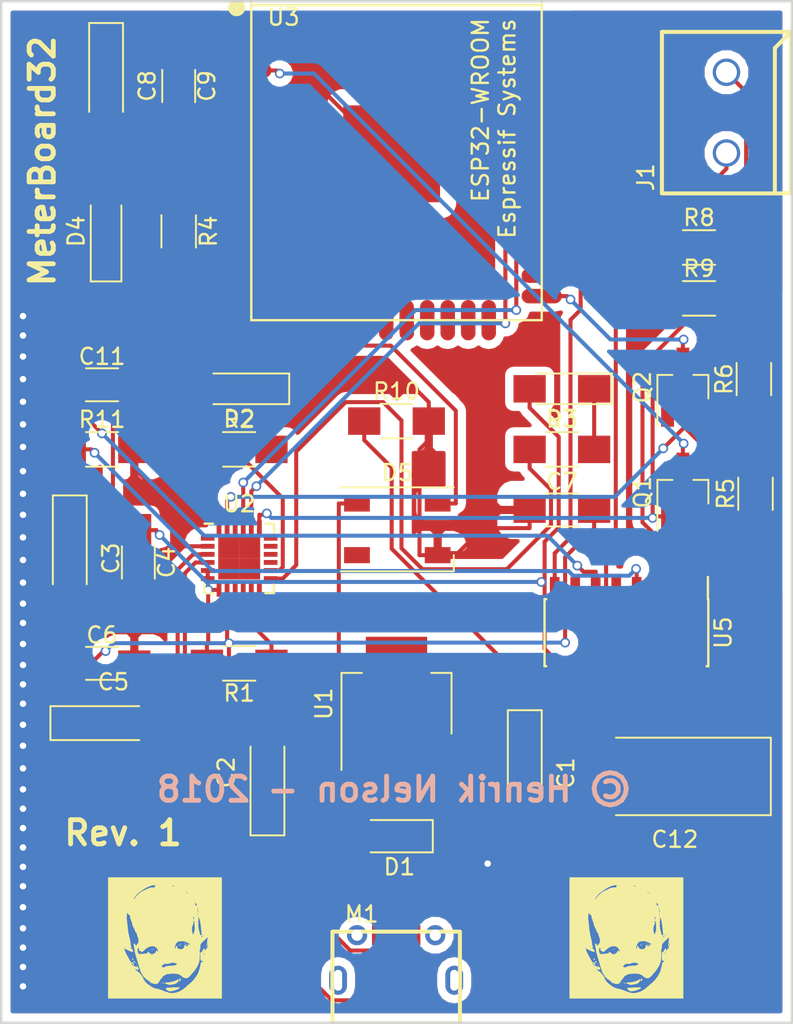
<source format=kicad_pcb>
(kicad_pcb (version 4) (host pcbnew 4.0.7)
  (title_block (title MeterBoard32) (date 2018-03-22) (rev 1) (company "Henrik Nelson"))
  (layers (0 F.Cu signal hide) (31 B.Cu signal hide) (34 B.Paste user) (35 F.Paste user) (36 B.SilkS user) (37 F.SilkS user) (38 B.Mask user) (39 F.Mask user) (44 Edge.Cuts user))
  (net 0 "")
  (net 1 VBUS)
  (net 2 GND)
  (net 3 +3V3)
  (net 4 /D-)
  (net 5 /D+)
  (net 6 "Net-(R1-Pad1)")
  (net 7 /LED_RX)
  (net 8 /LED_TX)
  (net 9 /RTS)
  (net 10 /MCU_TX)
  (net 11 /MCU_RX)
  (net 12 /DTR)
  (net 13 "Net-(D2-Pad1)")
  (net 14 "Net-(D3-Pad1)")
  (net 15 /IO13)
  (net 16 "Net-(J1-Pad1)")
  (net 17 "Net-(J1-Pad2)")
  (net 18 "Net-(Q1-Pad2)")
  (net 19 /EN)
  (net 20 "Net-(Q2-Pad2)")
  (net 21 /IO0)
  (net 22 /UART_TX)
  (net 23 /UART_RX)
  (net 24 "Net-(C11-Pad1)")
  (net 25 "Net-(C12-Pad1)")
  (net 26 "Net-(D1-Pad2)")
  (net 27 "Net-(D4-Pad1)")
  (net 28 /BUS_1)
  (net 29 /BUS_2)
  (net 30 "Net-(R10-Pad1)")
  (net 31 "Net-(R11-Pad1)")
  (module ESP32-footprints-Lib:ESP32-WROOM (layer F.Cu) (at 102.45 38.4 180)
    (fp_text reference U3 (at 7 6 180) (layer F.SilkS))
    (fp_text value ESP32-WROOM)
    (fp_text user "Espressif Systems" (at -6.858 -0.889 270) (layer F.SilkS))
    (fp_text user ESP32-WROOM (at -5.207 0.254 270) (layer F.SilkS))
    (pad 38 smd oval (at -9 5.25 180) (size 2.5 0.9) (layers F.Cu F.Paste F.Mask) (net 2 GND))
    (pad 37 smd oval (at -9 3.98 180) (size 2.5 0.9) (layers F.Cu F.Paste F.Mask))
    (pad 36 smd oval (at -9 2.71 180) (size 2.5 0.9) (layers F.Cu F.Paste F.Mask))
    (pad 35 smd oval (at -9 1.44 180) (size 2.5 0.9) (layers F.Cu F.Paste F.Mask) (net 10 /MCU_TX))
    (pad 34 smd oval (at -9 0.17 180) (size 2.5 0.9) (layers F.Cu F.Paste F.Mask) (net 11 /MCU_RX))
    (pad 33 smd oval (at -9 -1.1 180) (size 2.5 0.9) (layers F.Cu F.Paste F.Mask))
    (pad 32 smd oval (at -9 -2.37 180) (size 2.5 0.9) (layers F.Cu F.Paste F.Mask))
    (pad 31 smd oval (at -9 -3.64 180) (size 2.5 0.9) (layers F.Cu F.Paste F.Mask))
    (pad 30 smd oval (at -9 -4.91 180) (size 2.5 0.9) (layers F.Cu F.Paste F.Mask))
    (pad 29 smd oval (at -9 -6.18 180) (size 2.5 0.9) (layers F.Cu F.Paste F.Mask))
    (pad 28 smd oval (at -9 -7.45 180) (size 2.5 0.9) (layers F.Cu F.Paste F.Mask) (net 22 /UART_TX))
    (pad 27 smd oval (at -9 -8.72 180) (size 2.5 0.9) (layers F.Cu F.Paste F.Mask) (net 23 /UART_RX))
    (pad 26 smd oval (at -9 -9.99 180) (size 2.5 0.9) (layers F.Cu F.Paste F.Mask))
    (pad 25 smd oval (at -9 -11.26 180) (size 2.5 0.9) (layers F.Cu F.Paste F.Mask) (net 21 /IO0))
    (pad 24 smd oval (at -5.715 -12.75 180) (size 0.9 2.5) (layers F.Cu F.Paste F.Mask))
    (pad 23 smd oval (at -4.445 -12.75 180) (size 0.9 2.5) (layers F.Cu F.Paste F.Mask))
    (pad 22 smd oval (at -3.175 -12.75 180) (size 0.9 2.5) (layers F.Cu F.Paste F.Mask))
    (pad 21 smd oval (at -1.905 -12.75 180) (size 0.9 2.5) (layers F.Cu F.Paste F.Mask))
    (pad 20 smd oval (at -0.635 -12.75 180) (size 0.9 2.5) (layers F.Cu F.Paste F.Mask))
    (pad 19 smd oval (at 0.635 -12.75 180) (size 0.9 2.5) (layers F.Cu F.Paste F.Mask))
    (pad 18 smd oval (at 1.905 -12.75 180) (size 0.9 2.5) (layers F.Cu F.Paste F.Mask))
    (pad 17 smd oval (at 3.175 -12.75 180) (size 0.9 2.5) (layers F.Cu F.Paste F.Mask))
    (pad 16 smd oval (at 4.445 -12.75 180) (size 0.9 2.5) (layers F.Cu F.Paste F.Mask) (net 15 /IO13))
    (pad 15 smd oval (at 5.715 -12.75 180) (size 0.9 2.5) (layers F.Cu F.Paste F.Mask) (net 2 GND))
    (pad 14 smd oval (at 9 -11.26 180) (size 2.5 0.9) (layers F.Cu F.Paste F.Mask))
    (pad 13 smd oval (at 9 -9.99 180) (size 2.5 0.9) (layers F.Cu F.Paste F.Mask))
    (pad 12 smd oval (at 9 -8.72 180) (size 2.5 0.9) (layers F.Cu F.Paste F.Mask))
    (pad 11 smd oval (at 9 -7.45 180) (size 2.5 0.9) (layers F.Cu F.Paste F.Mask))
    (pad 10 smd oval (at 9 -6.18 180) (size 2.5 0.9) (layers F.Cu F.Paste F.Mask))
    (pad 9 smd oval (at 9 -4.91 180) (size 2.5 0.9) (layers F.Cu F.Paste F.Mask))
    (pad 8 smd oval (at 9 -3.64 180) (size 2.5 0.9) (layers F.Cu F.Paste F.Mask))
    (pad 7 smd oval (at 9 -2.37 180) (size 2.5 0.9) (layers F.Cu F.Paste F.Mask))
    (pad 6 smd oval (at 9 -1.1 180) (size 2.5 0.9) (layers F.Cu F.Paste F.Mask))
    (pad 5 smd oval (at 9 0.17 180) (size 2.5 0.9) (layers F.Cu F.Paste F.Mask))
    (pad 4 smd oval (at 9 1.44 180) (size 2.5 0.9) (layers F.Cu F.Paste F.Mask))
    (pad 3 smd oval (at 9 2.71 180) (size 2.5 0.9) (layers F.Cu F.Paste F.Mask) (net 19 /EN))
    (pad 2 smd oval (at 9 3.98 180) (size 2.5 0.9) (layers F.Cu F.Paste F.Mask) (net 3 +3V3))
    (pad 1 smd oval (at 9 5.25 180) (size 2.5 0.9) (layers F.Cu F.Paste F.Mask) (net 2 GND))
    (pad 39 smd rect (at 0.3 -2.45 180) (size 6 6) (layers F.Cu F.Paste F.Mask) (net 2 GND))
  )
  (module Capacitors_Tantalum_SMD:CP_Tantalum_Case-A_EIA-3216-18_Hand (layer F.Cu) (at 82.2 65.9 270)
    (fp_text reference C3 (at 0 -2.55 270) (layer F.SilkS))
    (fp_text value 4.7uF)
    (pad 1 smd rect (at -2 0 270) (size 3.2 1.5) (layers F.Cu F.Paste F.Mask) (net 3 +3V3))
    (pad 2 smd rect (at 2 0 270) (size 3.2 1.5) (layers F.Cu F.Paste F.Mask) (net 2 GND))
  )
  (module Capacitors_Tantalum_SMD:CP_Tantalum_Case-A_EIA-3216-18_Hand (layer F.Cu) (at 84.9 76.1)
    (fp_text reference C5 (at 0 -2.55) (layer F.SilkS))
    (fp_text value 4.7uF)
    (pad 1 smd rect (at -2 0) (size 3.2 1.5) (layers F.Cu F.Paste F.Mask) (net 1 VBUS))
    (pad 2 smd rect (at 2 0) (size 3.2 1.5) (layers F.Cu F.Paste F.Mask) (net 2 GND))
  )
  (module TO_SOT_Packages_SMD:SOT-223 (layer F.Cu) (at 102.45 74.9 90)
    (fp_text reference U1 (at 0 -4.5 90) (layer F.SilkS))
    (fp_text value AMS1117-3V3)
    (pad 4 smd rect (at 3.15 0 90) (size 2 3.8) (layers F.Cu F.Paste F.Mask))
    (pad 2 smd rect (at -3.15 0 90) (size 2 1.5) (layers F.Cu F.Paste F.Mask) (net 3 +3V3))
    (pad 3 smd rect (at -3.15 2.3 90) (size 2 1.5) (layers F.Cu F.Paste F.Mask) (net 1 VBUS))
    (pad 1 smd rect (at -3.15 -2.3 90) (size 2 1.5) (layers F.Cu F.Paste F.Mask) (net 2 GND))
  )
  (module Housings_DFN_QFN:QFN-24-1EP_4x4mm_Pitch0.5mm (layer F.Cu) (at 92.7 65.9)
    (fp_text reference U2 (at 0 -3.375) (layer F.SilkS))
    (fp_text value CP2102N-GQFN24)
    (pad 1 smd rect (at -1.95 -1.25) (size 0.85 0.3) (layers F.Cu F.Paste F.Mask))
    (pad 2 smd rect (at -1.95 -0.75) (size 0.85 0.3) (layers F.Cu F.Paste F.Mask) (net 2 GND))
    (pad 3 smd rect (at -1.95 -0.25) (size 0.85 0.3) (layers F.Cu F.Paste F.Mask) (net 5 /D+))
    (pad 4 smd rect (at -1.95 0.25) (size 0.85 0.3) (layers F.Cu F.Paste F.Mask) (net 4 /D-))
    (pad 5 smd rect (at -1.95 0.75) (size 0.85 0.3) (layers F.Cu F.Paste F.Mask) (net 3 +3V3))
    (pad 6 smd rect (at -1.95 1.25) (size 0.85 0.3) (layers F.Cu F.Paste F.Mask) (net 3 +3V3))
    (pad 7 smd rect (at -1.25 1.95 90) (size 0.85 0.3) (layers F.Cu F.Paste F.Mask) (net 3 +3V3))
    (pad 8 smd rect (at -0.75 1.95 90) (size 0.85 0.3) (layers F.Cu F.Paste F.Mask) (net 1 VBUS))
    (pad 9 smd rect (at -0.25 1.95 90) (size 0.85 0.3) (layers F.Cu F.Paste F.Mask) (net 6 "Net-(R1-Pad1)"))
    (pad 10 smd rect (at 0.25 1.95 90) (size 0.85 0.3) (layers F.Cu F.Paste F.Mask))
    (pad 11 smd rect (at 0.75 1.95 90) (size 0.85 0.3) (layers F.Cu F.Paste F.Mask))
    (pad 12 smd rect (at 1.25 1.95 90) (size 0.85 0.3) (layers F.Cu F.Paste F.Mask))
    (pad 13 smd rect (at 1.95 1.25) (size 0.85 0.3) (layers F.Cu F.Paste F.Mask) (net 7 /LED_RX))
    (pad 14 smd rect (at 1.95 0.75) (size 0.85 0.3) (layers F.Cu F.Paste F.Mask) (net 8 /LED_TX))
    (pad 15 smd rect (at 1.95 0.25) (size 0.85 0.3) (layers F.Cu F.Paste F.Mask))
    (pad 16 smd rect (at 1.95 -0.25) (size 0.85 0.3) (layers F.Cu F.Paste F.Mask))
    (pad 17 smd rect (at 1.95 -0.75) (size 0.85 0.3) (layers F.Cu F.Paste F.Mask))
    (pad 18 smd rect (at 1.95 -1.25) (size 0.85 0.3) (layers F.Cu F.Paste F.Mask))
    (pad 19 smd rect (at 1.25 -1.95 90) (size 0.85 0.3) (layers F.Cu F.Paste F.Mask) (net 9 /RTS))
    (pad 20 smd rect (at 0.75 -1.95 90) (size 0.85 0.3) (layers F.Cu F.Paste F.Mask) (net 10 /MCU_TX))
    (pad 21 smd rect (at 0.25 -1.95 90) (size 0.85 0.3) (layers F.Cu F.Paste F.Mask) (net 11 /MCU_RX))
    (pad 22 smd rect (at -0.25 -1.95 90) (size 0.85 0.3) (layers F.Cu F.Paste F.Mask))
    (pad 23 smd rect (at -0.75 -1.95 90) (size 0.85 0.3) (layers F.Cu F.Paste F.Mask) (net 12 /DTR))
    (pad 24 smd rect (at -1.25 -1.95 90) (size 0.85 0.3) (layers F.Cu F.Paste F.Mask))
    (pad 25 smd rect (at 0.65 0.65) (size 1.3 1.3) (layers F.Cu F.Paste F.Mask))
    (pad 25 smd rect (at 0.65 -0.65) (size 1.3 1.3) (layers F.Cu F.Paste F.Mask))
    (pad 25 smd rect (at -0.65 0.65) (size 1.3 1.3) (layers F.Cu F.Paste F.Mask))
    (pad 25 smd rect (at -0.65 -0.65) (size 1.3 1.3) (layers F.Cu F.Paste F.Mask))
  )
  (module Capacitors_SMD:C_1206_HandSoldering (layer F.Cu) (at 86.45 66.15 270)
    (fp_text reference C4 (at 0 -1.75 270) (layer F.SilkS))
    (fp_text value 0.1uF)
    (pad 1 smd rect (at -2 0 270) (size 2 1.6) (layers F.Cu F.Paste F.Mask) (net 3 +3V3))
    (pad 2 smd rect (at 2 0 270) (size 2 1.6) (layers F.Cu F.Paste F.Mask) (net 2 GND))
  )
  (module Capacitors_SMD:C_1206_HandSoldering (layer F.Cu) (at 84.2 72.4)
    (fp_text reference C6 (at 0 -1.75) (layer F.SilkS))
    (fp_text value 0.1uF)
    (pad 1 smd rect (at -2 0) (size 2 1.6) (layers F.Cu F.Paste F.Mask) (net 1 VBUS))
    (pad 2 smd rect (at 2 0) (size 2 1.6) (layers F.Cu F.Paste F.Mask) (net 2 GND))
  )
  (module Capacitors_SMD:C_1206_HandSoldering (layer F.Cu) (at 112.7 62.9)
    (fp_text reference C7 (at 0 -1.75) (layer F.SilkS))
    (fp_text value 0.1uF)
    (pad 1 smd rect (at -2 0) (size 2 1.6) (layers F.Cu F.Paste F.Mask) (net 2 GND))
    (pad 2 smd rect (at 2 0) (size 2 1.6) (layers F.Cu F.Paste F.Mask) (net 1 VBUS))
  )
  (module Capacitors_Tantalum_SMD:CP_Tantalum_Case-A_EIA-3216-18_Hand (layer F.Cu) (at 84.45 36.65 270)
    (fp_text reference C8 (at 0 -2.55 270) (layer F.SilkS))
    (fp_text value 47uF)
    (pad 1 smd rect (at -2 0 270) (size 3.2 1.5) (layers F.Cu F.Paste F.Mask) (net 3 +3V3))
    (pad 2 smd rect (at 2 0 270) (size 3.2 1.5) (layers F.Cu F.Paste F.Mask) (net 2 GND))
  )
  (module Capacitors_SMD:C_1206_HandSoldering (layer F.Cu) (at 88.95 36.65 270)
    (fp_text reference C9 (at 0 -1.75 270) (layer F.SilkS))
    (fp_text value 0.1uF)
    (pad 1 smd rect (at -2 0 270) (size 2 1.6) (layers F.Cu F.Paste F.Mask) (net 3 +3V3))
    (pad 2 smd rect (at 2 0 270) (size 2 1.6) (layers F.Cu F.Paste F.Mask) (net 2 GND))
  )
  (module Capacitors_SMD:C_1206_HandSoldering (layer F.Cu) (at 84.2 55.15)
    (fp_text reference C11 (at 0 -1.75) (layer F.SilkS))
    (fp_text value 0.1uF)
    (pad 1 smd rect (at -2 0) (size 2 1.6) (layers F.Cu F.Paste F.Mask) (net 24 "Net-(C11-Pad1)"))
    (pad 2 smd rect (at 2 0) (size 2 1.6) (layers F.Cu F.Paste F.Mask) (net 2 GND))
  )
  (module Capacitors_Tantalum_SMD:CP_Tantalum_Case-D_EIA-7343-31_Hand (layer F.Cu) (at 119.7 79.4 180)
    (fp_text reference C12 (at 0 -3.9 180) (layer F.SilkS))
    (fp_text value 220uF)
    (pad 1 smd rect (at -3.775 0 180) (size 3.75 2.7) (layers F.Cu F.Paste F.Mask) (net 25 "Net-(C12-Pad1)"))
    (pad 2 smd rect (at 3.775 0 180) (size 3.75 2.7) (layers F.Cu F.Paste F.Mask) (net 2 GND))
  )
  (module Diodes_SMD:D_SOD-123F (layer F.Cu) (at 102.5 83.1 180)
    (fp_text reference D1 (at -0.127 -1.905 180) (layer F.SilkS))
    (fp_text value 1N5819/SS14)
    (pad 1 smd rect (at -1.4 0 180) (size 1.1 1.1) (layers F.Cu F.Paste F.Mask) (net 1 VBUS))
    (pad 2 smd rect (at 1.4 0 180) (size 1.1 1.1) (layers F.Cu F.Paste F.Mask) (net 26 "Net-(D1-Pad2)"))
  )
  (module LEDs:LED_1206_HandSoldering (layer F.Cu) (at 92.7 55.4 180)
    (fp_text reference D2 (at 0 -1.85 180) (layer F.SilkS))
    (fp_text value LED_Small)
    (pad 1 smd rect (at -2 0 180) (size 2 1.7) (layers F.Cu F.Paste F.Mask) (net 13 "Net-(D2-Pad1)"))
    (pad 2 smd rect (at 2 0 180) (size 2 1.7) (layers F.Cu F.Paste F.Mask) (net 3 +3V3))
  )
  (module LEDs:LED_1206_HandSoldering (layer F.Cu) (at 112.7 55.4 180)
    (fp_text reference D3 (at 0 -1.85 180) (layer F.SilkS))
    (fp_text value LED_Small)
    (pad 1 smd rect (at -2 0 180) (size 2 1.7) (layers F.Cu F.Paste F.Mask) (net 14 "Net-(D3-Pad1)"))
    (pad 2 smd rect (at 2 0 180) (size 2 1.7) (layers F.Cu F.Paste F.Mask) (net 3 +3V3))
  )
  (module LEDs:LED_1206_HandSoldering (layer F.Cu) (at 84.45 45.65 90)
    (fp_text reference D4 (at 0 -1.85 90) (layer F.SilkS))
    (fp_text value LED_Small)
    (pad 1 smd rect (at -2 0 90) (size 2 1.7) (layers F.Cu F.Paste F.Mask) (net 27 "Net-(D4-Pad1)"))
    (pad 2 smd rect (at 2 0 90) (size 2 1.7) (layers F.Cu F.Paste F.Mask) (net 3 +3V3))
  )
  (module LEDs:LED_WS2812B-PLCC4 (layer F.Cu) (at 102.5 64.1)
    (fp_text reference D5 (at 0 -3.5) (layer F.SilkS))
    (fp_text value WS2812B)
    (pad 3 smd rect (at 2.5 1.6) (size 1.6 1) (layers F.Cu F.Paste F.Mask) (net 2 GND))
    (pad 4 smd rect (at 2.5 -1.6) (size 1.6 1) (layers F.Cu F.Paste F.Mask) (net 15 /IO13))
    (pad 2 smd rect (at -2.5 1.6) (size 1.6 1) (layers F.Cu F.Paste F.Mask))
    (pad 1 smd rect (at -2.5 -1.6) (size 1.6 1) (layers F.Cu F.Paste F.Mask) (net 1 VBUS))
  )
  (module TO_SOT_Packages_SMD:SOT-23_Handsoldering (layer F.Cu) (at 120.2 61.8 90)
    (fp_text reference Q1 (at 0 -2.5 90) (layer F.SilkS))
    (fp_text value S8050)
    (pad 1 smd rect (at -1.5 -0.95 90) (size 1.9 0.8) (layers F.Cu F.Paste F.Mask) (net 9 /RTS))
    (pad 2 smd rect (at -1.5 0.95 90) (size 1.9 0.8) (layers F.Cu F.Paste F.Mask) (net 18 "Net-(Q1-Pad2)"))
    (pad 3 smd rect (at 1.5 0 90) (size 1.9 0.8) (layers F.Cu F.Paste F.Mask) (net 19 /EN))
  )
  (module TO_SOT_Packages_SMD:SOT-23_Handsoldering (layer F.Cu) (at 120.2 55.3 90)
    (fp_text reference Q2 (at 0 -2.5 90) (layer F.SilkS))
    (fp_text value S8050)
    (pad 1 smd rect (at -1.5 -0.95 90) (size 1.9 0.8) (layers F.Cu F.Paste F.Mask) (net 12 /DTR))
    (pad 2 smd rect (at -1.5 0.95 90) (size 1.9 0.8) (layers F.Cu F.Paste F.Mask) (net 20 "Net-(Q2-Pad2)"))
    (pad 3 smd rect (at 1.5 0 90) (size 1.9 0.8) (layers F.Cu F.Paste F.Mask) (net 21 /IO0))
  )
  (module Resistors_SMD:R_1206_HandSoldering (layer F.Cu) (at 92.7 72.4 180)
    (fp_text reference R1 (at 0 -1.85 180) (layer F.SilkS))
    (fp_text value 1k)
    (pad 1 smd rect (at -2 0 180) (size 2 1.7) (layers F.Cu F.Paste F.Mask) (net 6 "Net-(R1-Pad1)"))
    (pad 2 smd rect (at 2 0 180) (size 2 1.7) (layers F.Cu F.Paste F.Mask) (net 3 +3V3))
  )
  (module Resistors_SMD:R_1206_HandSoldering (layer F.Cu) (at 92.7 59.15)
    (fp_text reference R2 (at 0 -1.85) (layer F.SilkS))
    (fp_text value 1k)
    (pad 1 smd rect (at -2 0) (size 2 1.7) (layers F.Cu F.Paste F.Mask) (net 8 /LED_TX))
    (pad 2 smd rect (at 2 0) (size 2 1.7) (layers F.Cu F.Paste F.Mask) (net 13 "Net-(D2-Pad1)"))
  )
  (module Resistors_SMD:R_1206_HandSoldering (layer F.Cu) (at 112.7 59.15)
    (fp_text reference R3 (at 0 -1.85) (layer F.SilkS))
    (fp_text value 1k)
    (pad 1 smd rect (at -2 0) (size 2 1.7) (layers F.Cu F.Paste F.Mask) (net 7 /LED_RX))
    (pad 2 smd rect (at 2 0) (size 2 1.7) (layers F.Cu F.Paste F.Mask) (net 14 "Net-(D3-Pad1)"))
  )
  (module Resistors_SMD:R_1206_HandSoldering (layer F.Cu) (at 88.95 45.65 270)
    (fp_text reference R4 (at 0 -1.85 270) (layer F.SilkS))
    (fp_text value 1k)
    (pad 1 smd rect (at -2 0 270) (size 2 1.7) (layers F.Cu F.Paste F.Mask) (net 2 GND))
    (pad 2 smd rect (at 2 0 270) (size 2 1.7) (layers F.Cu F.Paste F.Mask) (net 27 "Net-(D4-Pad1)"))
  )
  (module Resistors_SMD:R_1206_HandSoldering (layer F.Cu) (at 124.7 61.9 90)
    (fp_text reference R5 (at 0 -1.85 90) (layer F.SilkS))
    (fp_text value 12k)
    (pad 1 smd rect (at -2 0 90) (size 2 1.7) (layers F.Cu F.Paste F.Mask) (net 18 "Net-(Q1-Pad2)"))
    (pad 2 smd rect (at 2 0 90) (size 2 1.7) (layers F.Cu F.Paste F.Mask) (net 12 /DTR))
  )
  (module Resistors_SMD:R_1206_HandSoldering (layer F.Cu) (at 124.6 54.8 90)
    (fp_text reference R6 (at 0 -1.85 90) (layer F.SilkS))
    (fp_text value 12k)
    (pad 1 smd rect (at -2 0 90) (size 2 1.7) (layers F.Cu F.Paste F.Mask) (net 20 "Net-(Q2-Pad2)"))
    (pad 2 smd rect (at 2 0 90) (size 2 1.7) (layers F.Cu F.Paste F.Mask) (net 9 /RTS))
  )
  (module Resistors_SMD:R_1206_HandSoldering (layer F.Cu) (at 121.2 46.65)
    (fp_text reference R8 (at 0 -1.85) (layer F.SilkS))
    (fp_text value 220)
    (pad 1 smd rect (at -2 0) (size 2 1.7) (layers F.Cu F.Paste F.Mask) (net 16 "Net-(J1-Pad1)"))
    (pad 2 smd rect (at 2 0) (size 2 1.7) (layers F.Cu F.Paste F.Mask) (net 28 /BUS_1))
  )
  (module Resistors_SMD:R_1206_HandSoldering (layer F.Cu) (at 121.2 49.8)
    (fp_text reference R9 (at 0 -1.85) (layer F.SilkS))
    (fp_text value 220)
    (pad 1 smd rect (at -2 0) (size 2 1.7) (layers F.Cu F.Paste F.Mask) (net 17 "Net-(J1-Pad2)"))
    (pad 2 smd rect (at 2 0) (size 2 1.7) (layers F.Cu F.Paste F.Mask) (net 29 /BUS_2))
  )
  (module Resistors_SMD:R_1206_HandSoldering (layer F.Cu) (at 102.45 57.4)
    (fp_text reference R10 (at 0 -1.85) (layer F.SilkS))
    (fp_text value 100)
    (pad 1 smd rect (at -2 0) (size 2 1.7) (layers F.Cu F.Paste F.Mask) (net 30 "Net-(R10-Pad1)"))
    (pad 2 smd rect (at 2 0) (size 2 1.7) (layers F.Cu F.Paste F.Mask) (net 2 GND))
  )
  (module Resistors_SMD:R_1206_HandSoldering (layer F.Cu) (at 84.2 59.15)
    (fp_text reference R11 (at 0 -1.85) (layer F.SilkS))
    (fp_text value 30k)
    (pad 1 smd rect (at -2 0) (size 2 1.7) (layers F.Cu F.Paste F.Mask) (net 31 "Net-(R11-Pad1)"))
    (pad 2 smd rect (at 2 0) (size 2 1.7) (layers F.Cu F.Paste F.Mask) (net 2 GND))
  )
  (module Housings_SOIC:SOIC-16_3.9x9.9mm_Pitch1.27mm (layer F.Cu) (at 116.7 70.5 270)
    (fp_text reference U5 (at 0 -6 270) (layer F.SilkS))
    (fp_text value TSS721A)
    (pad 1 smd rect (at -2.7 -4.445 270) (size 1.5 0.6) (layers F.Cu F.Paste F.Mask) (net 29 /BUS_2))
    (pad 2 smd rect (at -2.7 -3.175 270) (size 1.5 0.6) (layers F.Cu F.Paste F.Mask))
    (pad 3 smd rect (at -2.7 -1.905 270) (size 1.5 0.6) (layers F.Cu F.Paste F.Mask) (net 25 "Net-(C12-Pad1)"))
    (pad 4 smd rect (at -2.7 -0.635 270) (size 1.5 0.6) (layers F.Cu F.Paste F.Mask) (net 31 "Net-(R11-Pad1)"))
    (pad 5 smd rect (at -2.7 0.635 270) (size 1.5 0.6) (layers F.Cu F.Paste F.Mask))
    (pad 6 smd rect (at -2.7 1.905 270) (size 1.5 0.6) (layers F.Cu F.Paste F.Mask) (net 24 "Net-(C11-Pad1)"))
    (pad 7 smd rect (at -2.7 3.175 270) (size 1.5 0.6) (layers F.Cu F.Paste F.Mask))
    (pad 8 smd rect (at -2.7 4.445 270) (size 1.5 0.6) (layers F.Cu F.Paste F.Mask) (net 23 /UART_RX))
    (pad 9 smd rect (at 2.7 4.445 270) (size 1.5 0.6) (layers F.Cu F.Paste F.Mask) (net 3 +3V3))
    (pad 10 smd rect (at 2.7 3.175 270) (size 1.5 0.6) (layers F.Cu F.Paste F.Mask))
    (pad 11 smd rect (at 2.7 1.905 270) (size 1.5 0.6) (layers F.Cu F.Paste F.Mask) (net 3 +3V3))
    (pad 12 smd rect (at 2.7 0.635 270) (size 1.5 0.6) (layers F.Cu F.Paste F.Mask) (net 22 /UART_TX))
    (pad 13 smd rect (at 2.7 -0.635 270) (size 1.5 0.6) (layers F.Cu F.Paste F.Mask))
    (pad 14 smd rect (at 2.7 -1.905 270) (size 1.5 0.6) (layers F.Cu F.Paste F.Mask) (net 30 "Net-(R10-Pad1)"))
    (pad 15 smd rect (at 2.7 -3.175 270) (size 1.5 0.6) (layers F.Cu F.Paste F.Mask) (net 2 GND))
    (pad 16 smd rect (at 2.7 -4.445 270) (size 1.5 0.6) (layers F.Cu F.Paste F.Mask) (net 28 /BUS_1))
  )
  (module Capacitors_Tantalum_SMD:CP_Tantalum_Case-A_EIA-3216-18_Hand (layer F.Cu) (at 94.45 79.15 90)
    (fp_text reference C2 (at 0 -2.55 90) (layer F.SilkS))
    (fp_text value 22uF)
    (pad 1 smd rect (at -2 0 90) (size 3.2 1.5) (layers F.Cu F.Paste F.Mask) (net 3 +3V3))
    (pad 2 smd rect (at 2 0 90) (size 3.2 1.5) (layers F.Cu F.Paste F.Mask) (net 2 GND))
  )
  (module Capacitors_Tantalum_SMD:CP_Tantalum_Case-A_EIA-3216-18_Hand (layer F.Cu) (at 110.4 79.2 270)
    (fp_text reference C1 (at 0 -2.55 270) (layer F.SilkS))
    (fp_text value 22uF)
    (pad 1 smd rect (at -2 0 270) (size 3.2 1.5) (layers F.Cu F.Paste F.Mask) (net 1 VBUS))
    (pad 2 smd rect (at 2 0 270) (size 3.2 1.5) (layers F.Cu F.Paste F.Mask) (net 2 GND))
  )
  (module Harry:Harry (layer F.Cu) (at 88.1 89.4)
    (fp_text reference G1 hide)
    (fp_text value LOGO hide)
  )
  (module Harry:Harry (layer F.Cu) (at 116.7 89.4)
    (fp_text reference G2 hide)
    (fp_text value LOGO hide)
  )
  (module Henrik-Connectors:MICRO_USB_18_TH (layer F.Cu) (at 102.5 91.9)
    (fp_text reference M1 (at -2.21 -3.97) (layer F.SilkS))
    (fp_text value MICRO_USB_18_TH)
    (pad 0 thru_hole oval (at -3.67 0.12) (size 1.1 1.8) (drill oval 0.5 1.29) (layers *.Cu *.Mask))
    (pad 1 smd rect (at -1.37 -2.67) (size 0.4 1.25) (layers F.Cu F.Paste F.Mask) (net 26 "Net-(D1-Pad2)"))
    (pad 2 smd rect (at -0.72 -2.67) (size 0.4 1.25) (layers F.Cu F.Paste F.Mask) (net 4 /D-))
    (pad 5 smd rect (at 1.23 -2.67) (size 0.4 1.25) (layers F.Cu F.Paste F.Mask) (net 2 GND))
    (pad 4 smd rect (at 0.58 -2.67) (size 0.4 1.25) (layers F.Cu F.Paste F.Mask))
    (pad 0 thru_hole circle (at -2.495 -2.67) (size 1.25 1.25) (drill 0.7) (layers *.Cu *.Mask))
    (pad 0 thru_hole circle (at 2.355 -2.67) (size 1.25 1.25) (drill 0.7) (layers *.Cu *.Mask))
    (pad 3 smd rect (at -0.07 -2.67) (size 0.4 1.25) (layers F.Cu F.Paste F.Mask) (net 5 /D+))
    (pad 0 thru_hole oval (at 3.53 0.12) (size 1.1 1.8) (drill oval 0.5 1.29) (layers *.Cu *.Mask))
  )
  (module Henrik-Connectors:TERMINAL_BLOCK_WJ126V_5_0_2P (layer F.Cu) (at 122.9 38.3 90)
    (fp_text reference J1 (at -4 -5 90) (layer F.SilkS))
    (fp_text value Screw_Terminal_01x02)
    (pad 2 thru_hole circle (at 2.5 0 90) (size 1.7 1.7) (drill 1.3) (layers *.Cu *.Mask) (net 17 "Net-(J1-Pad2)"))
    (pad 1 thru_hole circle (at -2.5 0 90) (size 1.7 1.7) (drill 1.3) (layers *.Cu *.Mask) (net 16 "Net-(J1-Pad1)"))
  )
  (gr_text "© Henrik Nelson - 2018" (at 102.3 80.2) (layer B.SilkS) (effects (font (size 1.5 1.5) (thickness 0.3)) (justify mirror)))
  (gr_text "Rev. 1" (at 85.5 82.9) (layer F.SilkS) (effects (font (size 1.5 1.5) (thickness 0.3))))
  (gr_line (start 126.95 31.4) (end 126.95 39.65) (angle 90) (layer Edge.Cuts) (width 0.15))
  (gr_line (start 77.95 39.65) (end 77.95 31.4) (angle 90) (layer Edge.Cuts) (width 0.15))
  (gr_line (start 77.95 39.65) (end 77.95 94.65) (angle 90) (layer Edge.Cuts) (width 0.15))
  (gr_line (start 126.95 31.4) (end 77.95 31.4) (angle 90) (layer Edge.Cuts) (width 0.15))
  (gr_line (start 126.95 94.65) (end 126.95 39.65) (angle 90) (layer Edge.Cuts) (width 0.15))
  (gr_line (start 77.95 94.65) (end 126.95 94.65) (angle 90) (layer Edge.Cuts) (width 0.15))
  (gr_text MeterBoard32 (at 80.5 41.3 90) (layer F.SilkS) (effects (font (size 1.5 1.5) (thickness 0.3))))
  (via (at 79.3 90) (size 0.6) (drill 0.4) (layers F.Cu B.Cu) (net 0))
  (via (at 79.3 88.8) (size 0.6) (drill 0.4) (layers F.Cu B.Cu) (net 0))
  (via (at 79.3 87.5) (size 0.6) (drill 0.4) (layers F.Cu B.Cu) (net 0))
  (via (at 79.3 86.2) (size 0.6) (drill 0.4) (layers F.Cu B.Cu) (net 0))
  (via (at 79.3 78.9) (size 0.6) (drill 0.4) (layers F.Cu B.Cu) (net 0))
  (via (at 79.3 72.5) (size 0.6) (drill 0.4) (layers F.Cu B.Cu) (net 0))
  (via (at 79.3 92.4) (size 0.6) (drill 0.4) (layers F.Cu B.Cu) (net 0))
  (via (at 79.3 91.2) (size 0.6) (drill 0.4) (layers F.Cu B.Cu) (net 0))
  (via (at 79.3 85) (size 0.6) (drill 0.4) (layers F.Cu B.Cu) (net 0))
  (via (at 79.3 83.8) (size 0.6) (drill 0.4) (layers F.Cu B.Cu) (net 0))
  (via (at 79.3 82.6) (size 0.6) (drill 0.4) (layers F.Cu B.Cu) (net 0))
  (via (at 79.3 80.2) (size 0.6) (drill 0.4) (layers F.Cu B.Cu) (net 0))
  (via (at 79.3 81.4) (size 0.6) (drill 0.4) (layers F.Cu B.Cu) (net 0))
  (via (at 79.3 77.5) (size 0.6) (drill 0.4) (layers F.Cu B.Cu) (net 0))
  (via (at 79.3 76.2) (size 0.6) (drill 0.4) (layers F.Cu B.Cu) (net 0))
  (via (at 79.3 74.9) (size 0.6) (drill 0.4) (layers F.Cu B.Cu) (net 0))
  (via (at 79.3 73.7) (size 0.6) (drill 0.4) (layers F.Cu B.Cu) (net 0))
  (segment (start 79.2 71.1) (end 79.3 71.2) (width 0.25) (layer F.Cu) (net 0))
  (segment (start 79.3 71.2) (end 79.2 71.2) (width 0.25) (layer B.Cu) (net 0))
  (via (at 79.3 71.2) (size 0.6) (drill 0.4) (layers F.Cu B.Cu) (net 0))
  (via (at 79.3 69.9) (size 0.6) (drill 0.4) (layers F.Cu B.Cu) (net 0))
  (via (at 79.3 68.7) (size 0.6) (drill 0.4) (layers F.Cu B.Cu) (net 0))
  (via (at 79.3 67.4) (size 0.6) (drill 0.4) (layers F.Cu B.Cu) (net 0))
  (via (at 79.3 66) (size 0.6) (drill 0.4) (layers F.Cu B.Cu) (net 0))
  (via (at 79.3 64.6) (size 0.6) (drill 0.4) (layers F.Cu B.Cu) (net 0))
  (via (at 79.3 63.2) (size 0.6) (drill 0.4) (layers F.Cu B.Cu) (net 0))
  (via (at 79.3 61.9) (size 0.6) (drill 0.4) (layers F.Cu B.Cu) (net 0))
  (via (at 79.3 60.5) (size 0.6) (drill 0.4) (layers F.Cu B.Cu) (net 0))
  (via (at 79.3 59) (size 0.6) (drill 0.4) (layers F.Cu B.Cu) (net 0))
  (via (at 79.3 57.6) (size 0.6) (drill 0.4) (layers F.Cu B.Cu) (net 0))
  (via (at 79.3 56.2) (size 0.6) (drill 0.4) (layers F.Cu B.Cu) (net 0))
  (via (at 79.3 54.8) (size 0.6) (drill 0.4) (layers F.Cu B.Cu) (net 0))
  (via (at 79.3 53.4) (size 0.6) (drill 0.4) (layers F.Cu B.Cu) (net 0))
  (via (at 79.3 52.1) (size 0.6) (drill 0.4) (layers F.Cu B.Cu) (net 0))
  (via (at 79.3 50.9) (size 0.6) (drill 0.4) (layers F.Cu B.Cu) (net 0))
  (via (at 92.0656 71.1486) (size 0.6) (layers F.Cu B.Cu) (net 1))
  (via (at 112.8996 71.115) (size 0.6) (layers F.Cu B.Cu) (net 1))
  (via (at 84.4192 71.6386) (size 0.6) (layers F.Cu B.Cu) (net 1))
  (segment (start 103.9 83.1) (end 103.9 82.2247) (width 0.25) (layer F.Cu) (net 1))
  (segment (start 103.9 80.2253) (end 103.9 82.2247) (width 0.25) (layer F.Cu) (net 1))
  (segment (start 104.75 79.3753) (end 103.9 80.2253) (width 0.25) (layer F.Cu) (net 1))
  (segment (start 104.75 78.05) (end 104.75 79.3753) (width 0.25) (layer F.Cu) (net 1))
  (segment (start 108.4747 78.05) (end 109.3247 77.2) (width 0.25) (layer F.Cu) (net 1))
  (segment (start 104.75 78.05) (end 108.4747 78.05) (width 0.25) (layer F.Cu) (net 1))
  (segment (start 100 62.5) (end 98.8747 62.5) (width 0.25) (layer F.Cu) (net 1))
  (segment (start 110.4 77.2) (end 109.3247 77.2) (width 0.25) (layer F.Cu) (net 1))
  (segment (start 91.95 71.033) (end 92.0656 71.1486) (width 0.25) (layer F.Cu) (net 1))
  (segment (start 91.95 67.85) (end 91.95 71.033) (width 0.25) (layer F.Cu) (net 1))
  (segment (start 112.8996 65.8257) (end 112.8996 71.115) (width 0.25) (layer F.Cu) (net 1))
  (segment (start 114.7 64.0253) (end 112.8996 65.8257) (width 0.25) (layer F.Cu) (net 1))
  (segment (start 104.75 78.05) (end 103.6747 78.05) (width 0.25) (layer F.Cu) (net 1))
  (segment (start 92.0656 72.0915) (end 92.0656 71.1486) (width 0.25) (layer F.Cu) (net 1))
  (segment (start 93.5494 73.5753) (end 92.0656 72.0915) (width 0.25) (layer F.Cu) (net 1))
  (segment (start 97.4741 73.5753) (end 93.5494 73.5753) (width 0.25) (layer F.Cu) (net 1))
  (segment (start 98.8747 72.1747) (end 97.4741 73.5753) (width 0.25) (layer F.Cu) (net 1))
  (segment (start 98.8747 62.5) (end 98.8747 72.1747) (width 0.25) (layer F.Cu) (net 1))
  (segment (start 103.6747 76.9747) (end 103.6747 78.05) (width 0.25) (layer F.Cu) (net 1))
  (segment (start 98.8747 72.1747) (end 103.6747 76.9747) (width 0.25) (layer F.Cu) (net 1))
  (segment (start 114.7 62.9) (end 114.7 64.0253) (width 0.25) (layer F.Cu) (net 1))
  (segment (start 92.0992 71.115) (end 112.8996 71.115) (width 0.25) (layer B.Cu) (net 1))
  (segment (start 92.0656 71.1486) (end 92.0992 71.115) (width 0.25) (layer B.Cu) (net 1))
  (segment (start 84.2867 71.6386) (end 83.5253 72.4) (width 0.25) (layer F.Cu) (net 1))
  (segment (start 84.4192 71.6386) (end 84.2867 71.6386) (width 0.25) (layer F.Cu) (net 1))
  (segment (start 84.9092 71.1486) (end 84.4192 71.6386) (width 0.25) (layer B.Cu) (net 1))
  (segment (start 92.0656 71.1486) (end 84.9092 71.1486) (width 0.25) (layer B.Cu) (net 1))
  (segment (start 82.2 72.4) (end 82.8627 72.4) (width 0.25) (layer F.Cu) (net 1))
  (segment (start 82.8627 72.4) (end 83.5253 72.4) (width 0.25) (layer F.Cu) (net 1))
  (segment (start 82.8627 74.9874) (end 82.9 75.0247) (width 0.25) (layer F.Cu) (net 1))
  (segment (start 82.8627 72.4) (end 82.8627 74.9874) (width 0.25) (layer F.Cu) (net 1))
  (segment (start 82.9 76.1) (end 82.9 75.0247) (width 0.25) (layer F.Cu) (net 1))
  (segment (start 107.06235 83.46235) (end 107.06235 83.76235) (width 0.25) (layer F.Cu) (net 2))
  (via (at 108.1 84.8) (size 0.6) (drill 0.4) (layers F.Cu B.Cu) (net 2))
  (segment (start 107.06235 83.76235) (end 108.1 84.8) (width 0.25) (layer F.Cu) (net 2))
  (segment (start 119.3744 74.2753) (end 115.925 77.7247) (width 0.25) (layer F.Cu) (net 2))
  (segment (start 119.875 74.2753) (end 119.3744 74.2753) (width 0.25) (layer F.Cu) (net 2))
  (segment (start 119.875 73.2) (end 119.875 74.2753) (width 0.25) (layer F.Cu) (net 2))
  (segment (start 115.925 79.4) (end 115.925 79.15) (width 0.25) (layer F.Cu) (net 2))
  (segment (start 115.925 79.15) (end 115.925 77.7247) (width 0.25) (layer F.Cu) (net 2))
  (segment (start 110.4 81.2) (end 111.4753 81.2) (width 0.25) (layer F.Cu) (net 2))
  (segment (start 96.4253 78.05) (end 95.5253 77.15) (width 0.25) (layer F.Cu) (net 2))
  (segment (start 100.15 78.05) (end 96.4253 78.05) (width 0.25) (layer F.Cu) (net 2))
  (segment (start 94.45 77.15) (end 95.5253 77.15) (width 0.25) (layer F.Cu) (net 2))
  (segment (start 84.45 38.65) (end 85.5253 38.65) (width 0.25) (layer F.Cu) (net 2))
  (segment (start 90.75 65.15) (end 89.9997 65.15) (width 0.25) (layer F.Cu) (net 2))
  (segment (start 86.45 68.15) (end 87.5753 68.15) (width 0.25) (layer F.Cu) (net 2))
  (segment (start 88.95 38.65) (end 88.95 43.65) (width 0.25) (layer F.Cu) (net 2))
  (segment (start 86.2 72.4) (end 86.2 71.2747) (width 0.25) (layer F.Cu) (net 2))
  (segment (start 82.2 67.9) (end 83.2753 67.9) (width 0.25) (layer F.Cu) (net 2))
  (segment (start 86.2 71.2747) (end 86.2 69.5873) (width 0.25) (layer F.Cu) (net 2))
  (segment (start 86.312 69.4753) (end 86.2 69.5873) (width 0.25) (layer F.Cu) (net 2))
  (segment (start 86.45 69.4753) (end 86.312 69.4753) (width 0.25) (layer F.Cu) (net 2))
  (segment (start 84.9626 69.5873) (end 83.2753 67.9) (width 0.25) (layer F.Cu) (net 2))
  (segment (start 86.2 69.5873) (end 84.9626 69.5873) (width 0.25) (layer F.Cu) (net 2))
  (segment (start 86.45 68.15) (end 86.45 69.4753) (width 0.25) (layer F.Cu) (net 2))
  (segment (start 86.9 74.2253) (end 86.2 73.5253) (width 0.25) (layer F.Cu) (net 2))
  (segment (start 86.9 76.1) (end 86.9 74.2253) (width 0.25) (layer F.Cu) (net 2))
  (segment (start 86.2 72.4) (end 86.2 73.5253) (width 0.25) (layer F.Cu) (net 2))
  (segment (start 103.8747 59.1506) (end 104.45 58.5753) (width 0.25) (layer F.Cu) (net 2))
  (segment (start 103.8747 65.7) (end 103.8747 59.1506) (width 0.25) (layer F.Cu) (net 2))
  (segment (start 104.45 57.4) (end 104.45 58.5753) (width 0.25) (layer F.Cu) (net 2))
  (segment (start 105 65.7) (end 103.8747 65.7) (width 0.25) (layer F.Cu) (net 2))
  (segment (start 107.8 64.0253) (end 106.1253 65.7) (width 0.25) (layer F.Cu) (net 2))
  (segment (start 110.7 64.0253) (end 107.8 64.0253) (width 0.25) (layer F.Cu) (net 2))
  (segment (start 110.7 62.9) (end 110.7 64.0253) (width 0.25) (layer F.Cu) (net 2))
  (segment (start 105 65.7) (end 106.1253 65.7) (width 0.25) (layer F.Cu) (net 2))
  (segment (start 88.95 38.65) (end 85.5253 38.65) (width 0.25) (layer F.Cu) (net 2))
  (segment (start 104.45 57.4) (end 104.45 56.2247) (width 0.25) (layer F.Cu) (net 2))
  (segment (start 86.2 59.15) (end 86.2 56.6129) (width 0.25) (layer F.Cu) (net 2))
  (segment (start 86.2 56.6129) (end 86.2 55.15) (width 0.25) (layer F.Cu) (net 2))
  (segment (start 88.95 43.65) (end 90.1253 43.65) (width 0.25) (layer F.Cu) (net 2))
  (segment (start 90.1253 48.2767) (end 90.1253 43.65) (width 0.25) (layer F.Cu) (net 2))
  (segment (start 94.7944 52.9457) (end 90.1253 48.2767) (width 0.25) (layer F.Cu) (net 2))
  (segment (start 92.0254 55.7147) (end 94.7944 52.9457) (width 0.25) (layer F.Cu) (net 2))
  (segment (start 92.0254 56.3922) (end 92.0254 55.7147) (width 0.25) (layer F.Cu) (net 2))
  (segment (start 91.8047 56.6129) (end 92.0254 56.3922) (width 0.25) (layer F.Cu) (net 2))
  (segment (start 86.2 56.6129) (end 91.8047 56.6129) (width 0.25) (layer F.Cu) (net 2))
  (segment (start 96.7506 49.5747) (end 102.15 44.1753) (width 0.25) (layer F.Cu) (net 2))
  (segment (start 96.735 49.5747) (end 96.7506 49.5747) (width 0.25) (layer F.Cu) (net 2))
  (segment (start 96.735 51.15) (end 96.735 49.5747) (width 0.25) (layer F.Cu) (net 2))
  (segment (start 102.15 41.196) (end 102.15 44.1753) (width 0.25) (layer F.Cu) (net 2))
  (segment (start 95.0253 34.0713) (end 95.0253 33.15) (width 0.25) (layer F.Cu) (net 2))
  (segment (start 102.15 41.196) (end 95.0253 34.0713) (width 0.25) (layer F.Cu) (net 2))
  (segment (start 93.45 33.15) (end 95.0253 33.15) (width 0.25) (layer F.Cu) (net 2))
  (segment (start 102.15 40.85) (end 102.15 41.023) (width 0.25) (layer F.Cu) (net 2))
  (segment (start 102.15 41.023) (end 102.15 41.196) (width 0.25) (layer F.Cu) (net 2))
  (segment (start 109.8747 33.2983) (end 109.8747 33.15) (width 0.25) (layer F.Cu) (net 2))
  (segment (start 102.15 41.023) (end 109.8747 33.2983) (width 0.25) (layer F.Cu) (net 2))
  (segment (start 111.45 33.15) (end 109.8747 33.15) (width 0.25) (layer F.Cu) (net 2))
  (segment (start 110.4 81.2) (end 109.3247 81.2) (width 0.25) (layer F.Cu) (net 2))
  (segment (start 100.15 78.05) (end 101.2253 78.05) (width 0.25) (layer F.Cu) (net 2))
  (segment (start 105.2523 85.2724) (end 104.4926 85.2724) (width 0.25) (layer F.Cu) (net 2))
  (segment (start 109.3247 81.2) (end 107.06235 83.46235) (width 0.25) (layer F.Cu) (net 2))
  (segment (start 107.06235 83.46235) (end 105.2523 85.2724) (width 0.25) (layer F.Cu) (net 2))
  (segment (start 101.2253 79.1253) (end 101.2253 78.05) (width 0.25) (layer F.Cu) (net 2))
  (segment (start 103.0246 80.9246) (end 101.2253 79.1253) (width 0.25) (layer F.Cu) (net 2))
  (segment (start 103.0246 83.8044) (end 103.0246 80.9246) (width 0.25) (layer F.Cu) (net 2))
  (segment (start 104.4926 85.2724) (end 103.0246 83.8044) (width 0.25) (layer F.Cu) (net 2))
  (segment (start 86.2 59.15) (end 86.2 60.3253) (width 0.25) (layer F.Cu) (net 2))
  (segment (start 88.544 65.15) (end 89.9997 65.15) (width 0.25) (layer F.Cu) (net 2))
  (segment (start 87.5753 66.1187) (end 88.544 65.15) (width 0.25) (layer F.Cu) (net 2))
  (segment (start 87.5753 68.15) (end 87.5753 66.1187) (width 0.25) (layer F.Cu) (net 2))
  (segment (start 88.544 62.6693) (end 86.2 60.3253) (width 0.25) (layer F.Cu) (net 2))
  (segment (start 88.544 65.15) (end 88.544 62.6693) (width 0.25) (layer F.Cu) (net 2))
  (segment (start 95.0148 52.7253) (end 96.735 52.7253) (width 0.25) (layer F.Cu) (net 2))
  (segment (start 94.7944 52.9457) (end 95.0148 52.7253) (width 0.25) (layer F.Cu) (net 2))
  (segment (start 96.735 51.15) (end 96.735 52.7253) (width 0.25) (layer F.Cu) (net 2))
  (segment (start 103.8247 55.5994) (end 104.45 56.2247) (width 0.25) (layer F.Cu) (net 2))
  (segment (start 99.6091 55.5994) (end 103.8247 55.5994) (width 0.25) (layer F.Cu) (net 2))
  (segment (start 96.735 52.7253) (end 99.6091 55.5994) (width 0.25) (layer F.Cu) (net 2))
  (segment (start 113.5253 79.15) (end 111.4753 81.2) (width 0.25) (layer F.Cu) (net 2))
  (segment (start 115.925 79.15) (end 113.5253 79.15) (width 0.25) (layer F.Cu) (net 2))
  (segment (start 103.73 86.035) (end 103.73 89.23) (width 0.25) (layer F.Cu) (net 2))
  (segment (start 104.4926 85.2724) (end 103.73 86.035) (width 0.25) (layer F.Cu) (net 2))
  (segment (start 86.9 81.7136) (end 86.9 76.1) (width 0.25) (layer F.Cu) (net 2))
  (segment (start 98.448 93.2616) (end 86.9 81.7136) (width 0.25) (layer F.Cu) (net 2))
  (segment (start 100.6487 93.2616) (end 98.448 93.2616) (width 0.25) (layer F.Cu) (net 2))
  (segment (start 103.73 90.1803) (end 100.6487 93.2616) (width 0.25) (layer F.Cu) (net 2))
  (segment (start 103.73 89.23) (end 103.73 90.1803) (width 0.25) (layer F.Cu) (net 2))
  (via (at 111.4264 67.3578) (size 0.6) (layers F.Cu B.Cu) (net 3))
  (via (at 87.7647 64.4477) (size 0.6) (layers F.Cu B.Cu) (net 3))
  (via (at 90.7799 67.85) (size 0.6) (layers F.Cu B.Cu) (net 3))
  (segment (start 84.45 34.65) (end 85.5253 34.65) (width 0.25) (layer F.Cu) (net 3))
  (segment (start 94.45 81.15) (end 93.3747 81.15) (width 0.25) (layer F.Cu) (net 3))
  (segment (start 86.45 64.15) (end 86.45 63.4873) (width 0.25) (layer F.Cu) (net 3))
  (segment (start 82.2 63.9) (end 83.2753 63.9) (width 0.25) (layer F.Cu) (net 3))
  (segment (start 112.255 73.2) (end 112.255 72.1247) (width 0.25) (layer F.Cu) (net 3))
  (segment (start 93.3747 75.2246) (end 93.3747 81.15) (width 0.25) (layer F.Cu) (net 3))
  (segment (start 91.7254 73.5753) (end 93.3747 75.2246) (width 0.25) (layer F.Cu) (net 3))
  (segment (start 90.7 73.5753) (end 91.7254 73.5753) (width 0.25) (layer F.Cu) (net 3))
  (segment (start 90.7 72.4) (end 90.7 73.5753) (width 0.25) (layer F.Cu) (net 3))
  (segment (start 90.75 67.15) (end 90.75 66.65) (width 0.25) (layer F.Cu) (net 3))
  (segment (start 114.795 73.2) (end 114.795 72.1247) (width 0.25) (layer F.Cu) (net 3))
  (segment (start 99.6246 75.2246) (end 93.3747 75.2246) (width 0.25) (layer F.Cu) (net 3))
  (segment (start 102.45 78.05) (end 99.6246 75.2246) (width 0.25) (layer F.Cu) (net 3))
  (segment (start 110.7 55.4) (end 110.7 56.5753) (width 0.25) (layer F.Cu) (net 3))
  (segment (start 114.795 72.1247) (end 112.255 72.1247) (width 0.25) (layer F.Cu) (net 3))
  (segment (start 111.6283 67.3578) (end 111.4264 67.3578) (width 0.25) (layer F.Cu) (net 3))
  (segment (start 111.6283 71.498) (end 111.6283 67.3578) (width 0.25) (layer F.Cu) (net 3))
  (segment (start 112.255 72.1247) (end 111.6283 71.498) (width 0.25) (layer F.Cu) (net 3))
  (segment (start 93.45 34.42) (end 91.8747 34.42) (width 0.25) (layer F.Cu) (net 3))
  (segment (start 85.5253 34.65) (end 88.95 34.65) (width 0.25) (layer F.Cu) (net 3))
  (segment (start 90.3053 34.42) (end 91.8747 34.42) (width 0.25) (layer F.Cu) (net 3))
  (segment (start 90.0753 34.65) (end 90.3053 34.42) (width 0.25) (layer F.Cu) (net 3))
  (segment (start 88.95 34.65) (end 90.0753 34.65) (width 0.25) (layer F.Cu) (net 3))
  (segment (start 86.45 64.15) (end 87.5753 64.15) (width 0.25) (layer F.Cu) (net 3))
  (segment (start 90.7 72.4) (end 90.7 71.2247) (width 0.25) (layer F.Cu) (net 3))
  (segment (start 87.5753 64.2583) (end 87.7647 64.4477) (width 0.25) (layer F.Cu) (net 3))
  (segment (start 87.5753 64.15) (end 87.5753 64.2583) (width 0.25) (layer F.Cu) (net 3))
  (segment (start 90.7799 71.1448) (end 90.7 71.2247) (width 0.25) (layer F.Cu) (net 3))
  (segment (start 90.7799 67.85) (end 90.7799 71.1448) (width 0.25) (layer F.Cu) (net 3))
  (segment (start 90.7799 67.3578) (end 90.7799 67.85) (width 0.25) (layer B.Cu) (net 3))
  (segment (start 111.4264 67.3578) (end 90.7799 67.3578) (width 0.25) (layer B.Cu) (net 3))
  (segment (start 90.6748 67.3578) (end 87.7647 64.4477) (width 0.25) (layer B.Cu) (net 3))
  (segment (start 90.7799 67.3578) (end 90.6748 67.3578) (width 0.25) (layer B.Cu) (net 3))
  (segment (start 91.45 67.85) (end 90.7799 67.85) (width 0.25) (layer F.Cu) (net 3))
  (segment (start 90.7799 67.1799) (end 90.75 67.15) (width 0.25) (layer F.Cu) (net 3))
  (segment (start 90.7799 67.85) (end 90.7799 67.1799) (width 0.25) (layer F.Cu) (net 3))
  (segment (start 83.9663 63.9) (end 83.2753 63.9) (width 0.25) (layer F.Cu) (net 3))
  (segment (start 84.8746 62.9917) (end 83.9663 63.9) (width 0.25) (layer F.Cu) (net 3))
  (segment (start 85.3702 63.4873) (end 84.8746 62.9917) (width 0.25) (layer F.Cu) (net 3))
  (segment (start 86.45 63.4873) (end 85.3702 63.4873) (width 0.25) (layer F.Cu) (net 3))
  (segment (start 90.7 55.4) (end 90.7 54.2247) (width 0.25) (layer F.Cu) (net 3))
  (segment (start 83.3747 41.2494) (end 83.3747 34.65) (width 0.25) (layer F.Cu) (net 3))
  (segment (start 84.45 42.3247) (end 83.3747 41.2494) (width 0.25) (layer F.Cu) (net 3))
  (segment (start 84.45 43.65) (end 84.45 42.3247) (width 0.25) (layer F.Cu) (net 3))
  (segment (start 84.45 34.65) (end 83.3747 34.65) (width 0.25) (layer F.Cu) (net 3))
  (segment (start 84.45 43.65) (end 83.2747 43.65) (width 0.25) (layer F.Cu) (net 3))
  (segment (start 83.2747 52.2186) (end 83.2747 43.65) (width 0.25) (layer F.Cu) (net 3))
  (segment (start 85.0433 53.9872) (end 83.2747 52.2186) (width 0.25) (layer F.Cu) (net 3))
  (segment (start 84.8746 54.1559) (end 85.0433 53.9872) (width 0.25) (layer F.Cu) (net 3))
  (segment (start 84.8746 62.9917) (end 84.8746 54.1559) (width 0.25) (layer F.Cu) (net 3))
  (segment (start 90.4625 53.9872) (end 90.7 54.2247) (width 0.25) (layer F.Cu) (net 3))
  (segment (start 85.0433 53.9872) (end 90.4625 53.9872) (width 0.25) (layer F.Cu) (net 3))
  (segment (start 112.5022 58.3775) (end 110.7 56.5753) (width 0.25) (layer F.Cu) (net 3))
  (segment (start 111.6283 67.3578) (end 111.6283 64.8687) (width 0.25) (layer F.Cu) (net 3))
  (segment (start 112.5022 63.9948) (end 112.5022 58.3775) (width 0.25) (layer F.Cu) (net 3))
  (segment (start 111.6283 64.8687) (end 112.5022 63.9948) (width 0.25) (layer F.Cu) (net 3))
  (segment (start 89.3356 66.8141) (end 89.9997 66.15) (width 0.25) (layer F.Cu) (net 4))
  (segment (start 89.3356 79.9307) (end 89.3356 66.8141) (width 0.25) (layer F.Cu) (net 4))
  (segment (start 99.5852 90.1803) (end 89.3356 79.9307) (width 0.25) (layer F.Cu) (net 4))
  (segment (start 101.78 90.1803) (end 99.5852 90.1803) (width 0.25) (layer F.Cu) (net 4))
  (segment (start 101.78 89.23) (end 101.78 90.1803) (width 0.25) (layer F.Cu) (net 4))
  (segment (start 90.75 66.15) (end 89.9997 66.15) (width 0.25) (layer F.Cu) (net 4))
  (segment (start 102.43 89.23) (end 102.43 90.1803) (width 0.25) (layer F.Cu) (net 5))
  (segment (start 90.75 65.65) (end 89.9997 65.65) (width 0.25) (layer F.Cu) (net 5))
  (segment (start 102.4168 90.1803) (end 102.43 90.1803) (width 0.25) (layer F.Cu) (net 5))
  (segment (start 102.4168 90.1804) (end 102.4168 90.1803) (width 0.25) (layer F.Cu) (net 5))
  (segment (start 101.9666 90.6306) (end 102.4168 90.1804) (width 0.25) (layer F.Cu) (net 5))
  (segment (start 99.3986 90.6306) (end 101.9666 90.6306) (width 0.25) (layer F.Cu) (net 5))
  (segment (start 88.8853 80.1173) (end 99.3986 90.6306) (width 0.25) (layer F.Cu) (net 5))
  (segment (start 88.8853 66.6052) (end 88.8853 80.1173) (width 0.25) (layer F.Cu) (net 5))
  (segment (start 89.8405 65.65) (end 88.8853 66.6052) (width 0.25) (layer F.Cu) (net 5))
  (segment (start 89.9997 65.65) (end 89.8405 65.65) (width 0.25) (layer F.Cu) (net 5))
  (segment (start 92.45 68.9747) (end 92.45 67.85) (width 0.25) (layer F.Cu) (net 6))
  (segment (start 94.7 71.2247) (end 92.45 68.9747) (width 0.25) (layer F.Cu) (net 6))
  (segment (start 94.7 72.4) (end 94.7 71.2247) (width 0.25) (layer F.Cu) (net 6))
  (segment (start 96.235 66.3153) (end 95.4003 67.15) (width 0.25) (layer F.Cu) (net 7))
  (segment (start 96.235 59.2859) (end 96.235 66.3153) (width 0.25) (layer F.Cu) (net 7))
  (segment (start 99.2963 56.2246) (end 96.235 59.2859) (width 0.25) (layer F.Cu) (net 7))
  (segment (start 101.6251 56.2246) (end 99.2963 56.2246) (width 0.25) (layer F.Cu) (net 7))
  (segment (start 102.7595 57.359) (end 101.6251 56.2246) (width 0.25) (layer F.Cu) (net 7))
  (segment (start 102.7595 65.2718) (end 102.7595 57.359) (width 0.25) (layer F.Cu) (net 7))
  (segment (start 104.0572 66.5695) (end 102.7595 65.2718) (width 0.25) (layer F.Cu) (net 7))
  (segment (start 109.2906 66.5695) (end 104.0572 66.5695) (width 0.25) (layer F.Cu) (net 7))
  (segment (start 112.0253 63.8348) (end 109.2906 66.5695) (width 0.25) (layer F.Cu) (net 7))
  (segment (start 112.0253 61.6506) (end 112.0253 63.8348) (width 0.25) (layer F.Cu) (net 7))
  (segment (start 110.7 60.3253) (end 112.0253 61.6506) (width 0.25) (layer F.Cu) (net 7))
  (segment (start 110.7 59.15) (end 110.7 60.3253) (width 0.25) (layer F.Cu) (net 7))
  (segment (start 94.65 67.15) (end 95.4003 67.15) (width 0.25) (layer F.Cu) (net 7))
  (segment (start 90.7 59.15) (end 92.0253 59.15) (width 0.25) (layer F.Cu) (net 8))
  (segment (start 92.3678 59.15) (end 92.0253 59.15) (width 0.25) (layer F.Cu) (net 8))
  (segment (start 95.4004 62.1826) (end 92.3678 59.15) (width 0.25) (layer F.Cu) (net 8))
  (segment (start 95.4004 66.4363) (end 95.4004 62.1826) (width 0.25) (layer F.Cu) (net 8))
  (segment (start 95.1867 66.65) (end 95.4004 66.4363) (width 0.25) (layer F.Cu) (net 8))
  (segment (start 94.65 66.65) (end 95.1867 66.65) (width 0.25) (layer F.Cu) (net 8))
  (via (at 94.4122 63.1148) (size 0.6) (layers F.Cu B.Cu) (net 9))
  (via (at 118.3247 63.3938) (size 0.6) (layers F.Cu B.Cu) (net 9))
  (segment (start 119.25 63.3) (end 118.5247 63.3) (width 0.25) (layer F.Cu) (net 9))
  (segment (start 93.95 63.95) (end 93.95 63.1997) (width 0.25) (layer F.Cu) (net 9))
  (segment (start 118.4185 63.3) (end 118.3247 63.3938) (width 0.25) (layer F.Cu) (net 9))
  (segment (start 118.5247 63.3) (end 118.4185 63.3) (width 0.25) (layer F.Cu) (net 9))
  (segment (start 124.6 52.8) (end 123.4247 52.8) (width 0.25) (layer F.Cu) (net 9))
  (segment (start 121.0424 55.1823) (end 123.4247 52.8) (width 0.25) (layer F.Cu) (net 9))
  (segment (start 119.03 55.1823) (end 121.0424 55.1823) (width 0.25) (layer F.Cu) (net 9))
  (segment (start 118.3247 55.8876) (end 119.03 55.1823) (width 0.25) (layer F.Cu) (net 9))
  (segment (start 118.3247 63.3938) (end 118.3247 55.8876) (width 0.25) (layer F.Cu) (net 9))
  (segment (start 94.3273 63.1997) (end 94.4122 63.1148) (width 0.25) (layer F.Cu) (net 9))
  (segment (start 93.95 63.1997) (end 94.3273 63.1997) (width 0.25) (layer F.Cu) (net 9))
  (segment (start 94.6912 63.3938) (end 118.3247 63.3938) (width 0.25) (layer B.Cu) (net 9))
  (segment (start 94.4122 63.1148) (end 94.6912 63.3938) (width 0.25) (layer B.Cu) (net 9))
  (via (at 109.1979 51.3452) (size 0.6) (layers F.Cu B.Cu) (net 10))
  (via (at 93.7647 61.4313) (size 0.6) (layers F.Cu B.Cu) (net 10))
  (segment (start 93.45 61.746) (end 93.45 63.95) (width 0.25) (layer F.Cu) (net 10))
  (segment (start 93.7647 61.4313) (end 93.45 61.746) (width 0.25) (layer F.Cu) (net 10))
  (segment (start 111.45 36.96) (end 109.8747 36.96) (width 0.25) (layer F.Cu) (net 10))
  (segment (start 103.8508 51.3452) (end 109.1979 51.3452) (width 0.25) (layer B.Cu) (net 10))
  (segment (start 93.7647 61.4313) (end 103.8508 51.3452) (width 0.25) (layer B.Cu) (net 10))
  (segment (start 109.1979 37.6368) (end 109.1979 51.3452) (width 0.25) (layer F.Cu) (net 10))
  (segment (start 109.8747 36.96) (end 109.1979 37.6368) (width 0.25) (layer F.Cu) (net 10))
  (via (at 92.95 61.2015) (size 0.6) (layers F.Cu B.Cu) (net 11))
  (via (at 109.8747 50.524) (size 0.6) (layers F.Cu B.Cu) (net 11))
  (segment (start 111.45 38.23) (end 109.8747 38.23) (width 0.25) (layer F.Cu) (net 11))
  (segment (start 92.95 63.95) (end 92.95 61.2015) (width 0.25) (layer F.Cu) (net 11))
  (segment (start 103.6275 50.524) (end 109.8747 50.524) (width 0.25) (layer B.Cu) (net 11))
  (segment (start 92.95 61.2015) (end 103.6275 50.524) (width 0.25) (layer B.Cu) (net 11))
  (segment (start 109.8747 38.23) (end 109.8747 50.524) (width 0.25) (layer F.Cu) (net 11))
  (via (at 118.9811 59.0891) (size 0.6) (layers F.Cu B.Cu) (net 12))
  (via (at 92.1856 62.09) (size 0.6) (layers F.Cu B.Cu) (net 12))
  (segment (start 119.25 56.8) (end 119.4746 56.8) (width 0.25) (layer F.Cu) (net 12))
  (segment (start 91.95 62.3256) (end 92.1856 62.09) (width 0.25) (layer F.Cu) (net 12))
  (segment (start 91.95 63.95) (end 91.95 62.3256) (width 0.25) (layer F.Cu) (net 12))
  (segment (start 115.9802 62.09) (end 92.1856 62.09) (width 0.25) (layer B.Cu) (net 12))
  (segment (start 118.9811 59.0891) (end 115.9802 62.09) (width 0.25) (layer B.Cu) (net 12))
  (segment (start 118.9811 59.0891) (end 120.2966 57.7736) (width 0.25) (layer F.Cu) (net 12))
  (segment (start 122.423 59.9) (end 120.2966 57.7736) (width 0.25) (layer F.Cu) (net 12))
  (segment (start 124.7 59.9) (end 122.423 59.9) (width 0.25) (layer F.Cu) (net 12))
  (segment (start 119.4746 56.9516) (end 119.4746 56.8) (width 0.25) (layer F.Cu) (net 12))
  (segment (start 120.2966 57.7736) (end 119.4746 56.9516) (width 0.25) (layer F.Cu) (net 12))
  (segment (start 94.7 59.15) (end 94.7 55.4) (width 0.25) (layer F.Cu) (net 13))
  (segment (start 114.7 59.15) (end 114.7 55.4) (width 0.25) (layer F.Cu) (net 14))
  (segment (start 105 62.5) (end 106.1253 62.5) (width 0.25) (layer F.Cu) (net 15))
  (segment (start 98.005 51.15) (end 98.005 52.7253) (width 0.25) (layer F.Cu) (net 15))
  (segment (start 106.1253 56.7554) (end 106.1253 62.5) (width 0.25) (layer F.Cu) (net 15))
  (segment (start 102.0952 52.7253) (end 106.1253 56.7554) (width 0.25) (layer F.Cu) (net 15))
  (segment (start 98.005 52.7253) (end 102.0952 52.7253) (width 0.25) (layer F.Cu) (net 15))
  (segment (start 122.9 41.7747) (end 119.2 45.4747) (width 0.25) (layer F.Cu) (net 16))
  (segment (start 122.9 40.8) (end 122.9 41.7747) (width 0.25) (layer F.Cu) (net 16))
  (segment (start 119.2 46.65) (end 119.2 45.4747) (width 0.25) (layer F.Cu) (net 16))
  (segment (start 119.5673 48.6247) (end 119.2 48.6247) (width 0.25) (layer F.Cu) (net 17))
  (segment (start 121.1746 47.0174) (end 119.5673 48.6247) (width 0.25) (layer F.Cu) (net 17))
  (segment (start 121.1746 44.9965) (end 121.1746 47.0174) (width 0.25) (layer F.Cu) (net 17))
  (segment (start 124.1188 42.0523) (end 121.1746 44.9965) (width 0.25) (layer F.Cu) (net 17))
  (segment (start 124.1188 37.0188) (end 124.1188 42.0523) (width 0.25) (layer F.Cu) (net 17))
  (segment (start 122.9 35.8) (end 124.1188 37.0188) (width 0.25) (layer F.Cu) (net 17))
  (segment (start 119.2 49.8) (end 119.2 48.6247) (width 0.25) (layer F.Cu) (net 17))
  (segment (start 122.4753 63.9) (end 121.8753 63.3) (width 0.25) (layer F.Cu) (net 18))
  (segment (start 124.7 63.9) (end 122.4753 63.9) (width 0.25) (layer F.Cu) (net 18))
  (segment (start 121.15 63.3) (end 121.8753 63.3) (width 0.25) (layer F.Cu) (net 18))
  (via (at 120.2454 58.7875) (size 0.6) (layers F.Cu B.Cu) (net 19))
  (via (at 95.2128 35.8775) (size 0.6) (layers F.Cu B.Cu) (net 19))
  (segment (start 120.2454 58.9793) (end 120.2454 58.7875) (width 0.25) (layer F.Cu) (net 19))
  (segment (start 120.2 59.0247) (end 120.2454 58.9793) (width 0.25) (layer F.Cu) (net 19))
  (segment (start 93.45 35.69) (end 95.0253 35.69) (width 0.25) (layer F.Cu) (net 19))
  (segment (start 95.2128 35.8775) (end 95.0253 35.69) (width 0.25) (layer F.Cu) (net 19))
  (segment (start 120.2 60.3) (end 120.2 59.0247) (width 0.25) (layer F.Cu) (net 19))
  (segment (start 97.3354 35.8775) (end 95.2128 35.8775) (width 0.25) (layer B.Cu) (net 19))
  (segment (start 120.2454 58.7875) (end 97.3354 35.8775) (width 0.25) (layer B.Cu) (net 19))
  (segment (start 124.6 56.8) (end 121.15 56.8) (width 0.25) (layer F.Cu) (net 20))
  (via (at 120.2428 52.3464) (size 0.6) (layers F.Cu B.Cu) (net 21))
  (via (at 113.2335 49.8682) (size 0.6) (layers F.Cu B.Cu) (net 21))
  (segment (start 111.45 49.66) (end 113.0253 49.66) (width 0.25) (layer F.Cu) (net 21))
  (segment (start 113.2335 49.8682) (end 113.0253 49.66) (width 0.25) (layer F.Cu) (net 21))
  (segment (start 120.2 53.8) (end 120.2 52.5247) (width 0.25) (layer F.Cu) (net 21))
  (segment (start 115.7117 52.3464) (end 120.2428 52.3464) (width 0.25) (layer B.Cu) (net 21))
  (segment (start 113.2335 49.8682) (end 115.7117 52.3464) (width 0.25) (layer B.Cu) (net 21))
  (segment (start 120.2 52.3892) (end 120.2428 52.3464) (width 0.25) (layer F.Cu) (net 21))
  (segment (start 120.2 52.5247) (end 120.2 52.3892) (width 0.25) (layer F.Cu) (net 21))
  (segment (start 111.45 45.85) (end 113.0253 45.85) (width 0.25) (layer F.Cu) (net 22))
  (segment (start 116.065 73.2) (end 116.065 72.1247) (width 0.25) (layer F.Cu) (net 22))
  (segment (start 116.04 48.8647) (end 113.0253 45.85) (width 0.25) (layer F.Cu) (net 22))
  (segment (start 116.04 64.8182) (end 116.04 48.8647) (width 0.25) (layer F.Cu) (net 22))
  (segment (start 115.4397 65.4185) (end 116.04 64.8182) (width 0.25) (layer F.Cu) (net 22))
  (segment (start 115.4397 71.4994) (end 115.4397 65.4185) (width 0.25) (layer F.Cu) (net 22))
  (segment (start 116.065 72.1247) (end 115.4397 71.4994) (width 0.25) (layer F.Cu) (net 22))
  (segment (start 113.8622 47.9569) (end 113.0253 47.12) (width 0.25) (layer F.Cu) (net 23))
  (segment (start 113.8622 50.5029) (end 113.8622 47.9569) (width 0.25) (layer F.Cu) (net 23))
  (segment (start 113.2335 51.1316) (end 113.8622 50.5029) (width 0.25) (layer F.Cu) (net 23))
  (segment (start 113.2335 64.6029) (end 113.2335 51.1316) (width 0.25) (layer F.Cu) (net 23))
  (segment (start 112.255 65.5814) (end 113.2335 64.6029) (width 0.25) (layer F.Cu) (net 23))
  (segment (start 112.255 67.8) (end 112.255 65.5814) (width 0.25) (layer F.Cu) (net 23))
  (segment (start 111.45 47.12) (end 113.0253 47.12) (width 0.25) (layer F.Cu) (net 23))
  (via (at 113.6571 66.3457) (size 0.6) (layers F.Cu B.Cu) (net 24))
  (via (at 84.194 58.1575) (size 0.6) (layers F.Cu B.Cu) (net 24))
  (segment (start 114.0361 66.7247) (end 113.6571 66.3457) (width 0.25) (layer F.Cu) (net 24))
  (segment (start 114.795 66.7247) (end 114.0361 66.7247) (width 0.25) (layer F.Cu) (net 24))
  (segment (start 90.5309 64.4944) (end 84.194 58.1575) (width 0.25) (layer B.Cu) (net 24))
  (segment (start 111.8058 64.4944) (end 90.5309 64.4944) (width 0.25) (layer B.Cu) (net 24))
  (segment (start 113.6571 66.3457) (end 111.8058 64.4944) (width 0.25) (layer B.Cu) (net 24))
  (segment (start 82.3118 56.2753) (end 82.2 56.2753) (width 0.25) (layer F.Cu) (net 24))
  (segment (start 84.194 58.1575) (end 82.3118 56.2753) (width 0.25) (layer F.Cu) (net 24))
  (segment (start 82.2 55.15) (end 82.2 56.2753) (width 0.25) (layer F.Cu) (net 24))
  (segment (start 114.795 67.8) (end 114.795 66.7247) (width 0.25) (layer F.Cu) (net 24))
  (segment (start 123.475 79.4) (end 123.475 77.7247) (width 0.25) (layer F.Cu) (net 25))
  (segment (start 120.5196 70.7899) (end 118.605 68.8753) (width 0.25) (layer F.Cu) (net 25))
  (segment (start 120.5196 74.7693) (end 120.5196 70.7899) (width 0.25) (layer F.Cu) (net 25))
  (segment (start 123.475 77.7247) (end 120.5196 74.7693) (width 0.25) (layer F.Cu) (net 25))
  (segment (start 118.605 67.8) (end 118.605 68.8753) (width 0.25) (layer F.Cu) (net 25))
  (segment (start 101.13 84.0053) (end 101.1 83.9753) (width 0.25) (layer F.Cu) (net 26))
  (segment (start 101.13 89.23) (end 101.13 84.0053) (width 0.25) (layer F.Cu) (net 26))
  (segment (start 101.1 83.1) (end 101.1 83.9753) (width 0.25) (layer F.Cu) (net 26))
  (segment (start 88.95 47.65) (end 84.45 47.65) (width 0.25) (layer F.Cu) (net 27))
  (segment (start 123.5673 47.8253) (end 123.2 47.8253) (width 0.25) (layer F.Cu) (net 28))
  (segment (start 125.8754 50.1334) (end 123.5673 47.8253) (width 0.25) (layer F.Cu) (net 28))
  (segment (start 125.8754 67.3943) (end 125.8754 50.1334) (width 0.25) (layer F.Cu) (net 28))
  (segment (start 121.145 72.1247) (end 125.8754 67.3943) (width 0.25) (layer F.Cu) (net 28))
  (segment (start 121.145 73.2) (end 121.145 72.1247) (width 0.25) (layer F.Cu) (net 28))
  (segment (start 123.2 46.65) (end 123.2 47.8253) (width 0.25) (layer F.Cu) (net 28))
  (segment (start 117.6957 53.979) (end 121.8747 49.8) (width 0.25) (layer F.Cu) (net 29))
  (segment (start 117.6957 63.6662) (end 117.6957 53.979) (width 0.25) (layer F.Cu) (net 29))
  (segment (start 120.7542 66.7247) (end 117.6957 63.6662) (width 0.25) (layer F.Cu) (net 29))
  (segment (start 121.145 66.7247) (end 120.7542 66.7247) (width 0.25) (layer F.Cu) (net 29))
  (segment (start 121.145 67.8) (end 121.145 66.7247) (width 0.25) (layer F.Cu) (net 29))
  (segment (start 123.2 49.8) (end 121.8747 49.8) (width 0.25) (layer F.Cu) (net 29))
  (segment (start 118.605 73.2) (end 118.605 74.2753) (width 0.25) (layer F.Cu) (net 30))
  (segment (start 100.45 57.4) (end 100.45 58.5753) (width 0.25) (layer F.Cu) (net 30))
  (segment (start 111.1261 74.2753) (end 118.605 74.2753) (width 0.25) (layer F.Cu) (net 30))
  (segment (start 102.1499 65.2991) (end 111.1261 74.2753) (width 0.25) (layer F.Cu) (net 30))
  (segment (start 102.1499 60.2752) (end 102.1499 65.2991) (width 0.25) (layer F.Cu) (net 30))
  (segment (start 100.45 58.5753) (end 102.1499 60.2752) (width 0.25) (layer F.Cu) (net 30))
  (via (at 117.2992 66.5472) (size 0.6) (layers F.Cu B.Cu) (net 31))
  (via (at 83.7336 59.3583) (size 0.6) (layers F.Cu B.Cu) (net 31))
  (segment (start 82.2 59.15) (end 83.5253 59.15) (width 0.25) (layer F.Cu) (net 31))
  (segment (start 117.335 66.583) (end 117.2992 66.5472) (width 0.25) (layer F.Cu) (net 31))
  (segment (start 117.335 67.8) (end 117.335 66.583) (width 0.25) (layer F.Cu) (net 31))
  (segment (start 83.5253 59.15) (end 83.7336 59.3583) (width 0.25) (layer F.Cu) (net 31))
  (segment (start 116.8754 66.971) (end 117.2992 66.5472) (width 0.25) (layer B.Cu) (net 31))
  (segment (start 113.3981 66.971) (end 116.8754 66.971) (width 0.25) (layer B.Cu) (net 31))
  (segment (start 113.1085 66.6814) (end 113.3981 66.971) (width 0.25) (layer B.Cu) (net 31))
  (segment (start 91.0567 66.6814) (end 113.1085 66.6814) (width 0.25) (layer B.Cu) (net 31))
  (segment (start 83.7336 59.3583) (end 91.0567 66.6814) (width 0.25) (layer B.Cu) (net 31))
  (zone (net 2) (net_name GND) (layer F.Cu) (connect_pads (clearance 0.508)) (min_thickness 0.254) (fill yes (arc_segments 16) (thermal_gap 1) (thermal_bridge_width 0.508))
    (polygon (pts (xy 127 94.7) (xy 77.9 94.7) (xy 77.9 31.4) (xy 127 31.4)))
  )
  (zone (net 2) (net_name GND) (layer B.Cu) (connect_pads (clearance 0.508)) (min_thickness 0.254) (fill yes (arc_segments 16) (thermal_gap 1) (thermal_bridge_width 0.508))
    (polygon (pts (xy 78 31.4) (xy 127 31.4) (xy 127 94.7) (xy 77.9 94.7)))
  )
)
</source>
